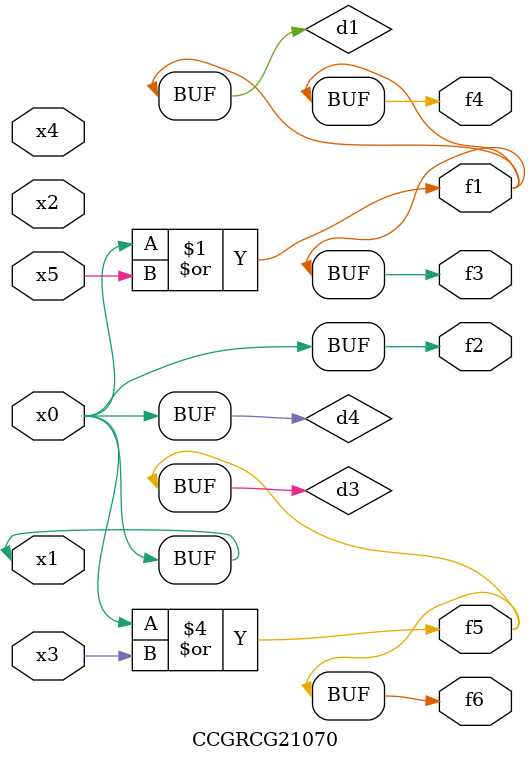
<source format=v>
module CCGRCG21070(
	input x0, x1, x2, x3, x4, x5,
	output f1, f2, f3, f4, f5, f6
);

	wire d1, d2, d3, d4;

	or (d1, x0, x5);
	xnor (d2, x1, x4);
	or (d3, x0, x3);
	buf (d4, x0, x1);
	assign f1 = d1;
	assign f2 = d4;
	assign f3 = d1;
	assign f4 = d1;
	assign f5 = d3;
	assign f6 = d3;
endmodule

</source>
